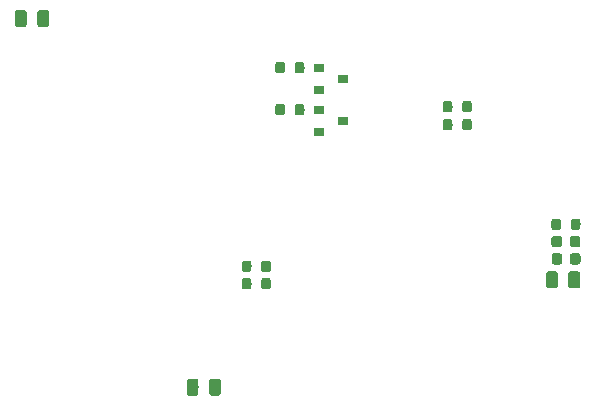
<source format=gbr>
G04 #@! TF.GenerationSoftware,KiCad,Pcbnew,5.0.2+dfsg1-1*
G04 #@! TF.CreationDate,2020-11-04T14:27:09+01:00*
G04 #@! TF.ProjectId,CoreSchematic,436f7265-5363-4686-956d-617469632e6b,rev?*
G04 #@! TF.SameCoordinates,Original*
G04 #@! TF.FileFunction,Paste,Bot*
G04 #@! TF.FilePolarity,Positive*
%FSLAX46Y46*%
G04 Gerber Fmt 4.6, Leading zero omitted, Abs format (unit mm)*
G04 Created by KiCad (PCBNEW 5.0.2+dfsg1-1) date Wed 04 Nov 2020 14:27:09 CET*
%MOMM*%
%LPD*%
G01*
G04 APERTURE LIST*
%ADD10C,0.100000*%
%ADD11C,0.800000*%
%ADD12C,1.000000*%
%ADD13C,0.900000*%
%ADD14R,0.900000X0.800000*%
G04 APERTURE END LIST*
D10*
G04 #@! TO.C,R102*
G36*
X158016603Y-92794763D02*
X158036018Y-92797643D01*
X158055057Y-92802412D01*
X158073537Y-92809024D01*
X158091279Y-92817416D01*
X158108114Y-92827506D01*
X158123879Y-92839198D01*
X158138421Y-92852379D01*
X158151602Y-92866921D01*
X158163294Y-92882686D01*
X158173384Y-92899521D01*
X158181776Y-92917263D01*
X158188388Y-92935743D01*
X158193157Y-92954782D01*
X158196037Y-92974197D01*
X158197000Y-92993800D01*
X158197000Y-93543800D01*
X158196037Y-93563403D01*
X158193157Y-93582818D01*
X158188388Y-93601857D01*
X158181776Y-93620337D01*
X158173384Y-93638079D01*
X158163294Y-93654914D01*
X158151602Y-93670679D01*
X158138421Y-93685221D01*
X158123879Y-93698402D01*
X158108114Y-93710094D01*
X158091279Y-93720184D01*
X158073537Y-93728576D01*
X158055057Y-93735188D01*
X158036018Y-93739957D01*
X158016603Y-93742837D01*
X157997000Y-93743800D01*
X157597000Y-93743800D01*
X157577397Y-93742837D01*
X157557982Y-93739957D01*
X157538943Y-93735188D01*
X157520463Y-93728576D01*
X157502721Y-93720184D01*
X157485886Y-93710094D01*
X157470121Y-93698402D01*
X157455579Y-93685221D01*
X157442398Y-93670679D01*
X157430706Y-93654914D01*
X157420616Y-93638079D01*
X157412224Y-93620337D01*
X157405612Y-93601857D01*
X157400843Y-93582818D01*
X157397963Y-93563403D01*
X157397000Y-93543800D01*
X157397000Y-92993800D01*
X157397963Y-92974197D01*
X157400843Y-92954782D01*
X157405612Y-92935743D01*
X157412224Y-92917263D01*
X157420616Y-92899521D01*
X157430706Y-92882686D01*
X157442398Y-92866921D01*
X157455579Y-92852379D01*
X157470121Y-92839198D01*
X157485886Y-92827506D01*
X157502721Y-92817416D01*
X157520463Y-92809024D01*
X157538943Y-92802412D01*
X157557982Y-92797643D01*
X157577397Y-92794763D01*
X157597000Y-92793800D01*
X157997000Y-92793800D01*
X158016603Y-92794763D01*
X158016603Y-92794763D01*
G37*
D11*
X157797000Y-93268800D03*
D10*
G36*
X156366603Y-92794763D02*
X156386018Y-92797643D01*
X156405057Y-92802412D01*
X156423537Y-92809024D01*
X156441279Y-92817416D01*
X156458114Y-92827506D01*
X156473879Y-92839198D01*
X156488421Y-92852379D01*
X156501602Y-92866921D01*
X156513294Y-92882686D01*
X156523384Y-92899521D01*
X156531776Y-92917263D01*
X156538388Y-92935743D01*
X156543157Y-92954782D01*
X156546037Y-92974197D01*
X156547000Y-92993800D01*
X156547000Y-93543800D01*
X156546037Y-93563403D01*
X156543157Y-93582818D01*
X156538388Y-93601857D01*
X156531776Y-93620337D01*
X156523384Y-93638079D01*
X156513294Y-93654914D01*
X156501602Y-93670679D01*
X156488421Y-93685221D01*
X156473879Y-93698402D01*
X156458114Y-93710094D01*
X156441279Y-93720184D01*
X156423537Y-93728576D01*
X156405057Y-93735188D01*
X156386018Y-93739957D01*
X156366603Y-93742837D01*
X156347000Y-93743800D01*
X155947000Y-93743800D01*
X155927397Y-93742837D01*
X155907982Y-93739957D01*
X155888943Y-93735188D01*
X155870463Y-93728576D01*
X155852721Y-93720184D01*
X155835886Y-93710094D01*
X155820121Y-93698402D01*
X155805579Y-93685221D01*
X155792398Y-93670679D01*
X155780706Y-93654914D01*
X155770616Y-93638079D01*
X155762224Y-93620337D01*
X155755612Y-93601857D01*
X155750843Y-93582818D01*
X155747963Y-93563403D01*
X155747000Y-93543800D01*
X155747000Y-92993800D01*
X155747963Y-92974197D01*
X155750843Y-92954782D01*
X155755612Y-92935743D01*
X155762224Y-92917263D01*
X155770616Y-92899521D01*
X155780706Y-92882686D01*
X155792398Y-92866921D01*
X155805579Y-92852379D01*
X155820121Y-92839198D01*
X155835886Y-92827506D01*
X155852721Y-92817416D01*
X155870463Y-92809024D01*
X155888943Y-92802412D01*
X155907982Y-92797643D01*
X155927397Y-92794763D01*
X155947000Y-92793800D01*
X156347000Y-92793800D01*
X156366603Y-92794763D01*
X156366603Y-92794763D01*
G37*
D11*
X156147000Y-93268800D03*
G04 #@! TD*
D10*
G04 #@! TO.C,R101*
G36*
X158016603Y-94267963D02*
X158036018Y-94270843D01*
X158055057Y-94275612D01*
X158073537Y-94282224D01*
X158091279Y-94290616D01*
X158108114Y-94300706D01*
X158123879Y-94312398D01*
X158138421Y-94325579D01*
X158151602Y-94340121D01*
X158163294Y-94355886D01*
X158173384Y-94372721D01*
X158181776Y-94390463D01*
X158188388Y-94408943D01*
X158193157Y-94427982D01*
X158196037Y-94447397D01*
X158197000Y-94467000D01*
X158197000Y-95017000D01*
X158196037Y-95036603D01*
X158193157Y-95056018D01*
X158188388Y-95075057D01*
X158181776Y-95093537D01*
X158173384Y-95111279D01*
X158163294Y-95128114D01*
X158151602Y-95143879D01*
X158138421Y-95158421D01*
X158123879Y-95171602D01*
X158108114Y-95183294D01*
X158091279Y-95193384D01*
X158073537Y-95201776D01*
X158055057Y-95208388D01*
X158036018Y-95213157D01*
X158016603Y-95216037D01*
X157997000Y-95217000D01*
X157597000Y-95217000D01*
X157577397Y-95216037D01*
X157557982Y-95213157D01*
X157538943Y-95208388D01*
X157520463Y-95201776D01*
X157502721Y-95193384D01*
X157485886Y-95183294D01*
X157470121Y-95171602D01*
X157455579Y-95158421D01*
X157442398Y-95143879D01*
X157430706Y-95128114D01*
X157420616Y-95111279D01*
X157412224Y-95093537D01*
X157405612Y-95075057D01*
X157400843Y-95056018D01*
X157397963Y-95036603D01*
X157397000Y-95017000D01*
X157397000Y-94467000D01*
X157397963Y-94447397D01*
X157400843Y-94427982D01*
X157405612Y-94408943D01*
X157412224Y-94390463D01*
X157420616Y-94372721D01*
X157430706Y-94355886D01*
X157442398Y-94340121D01*
X157455579Y-94325579D01*
X157470121Y-94312398D01*
X157485886Y-94300706D01*
X157502721Y-94290616D01*
X157520463Y-94282224D01*
X157538943Y-94275612D01*
X157557982Y-94270843D01*
X157577397Y-94267963D01*
X157597000Y-94267000D01*
X157997000Y-94267000D01*
X158016603Y-94267963D01*
X158016603Y-94267963D01*
G37*
D11*
X157797000Y-94742000D03*
D10*
G36*
X156366603Y-94267963D02*
X156386018Y-94270843D01*
X156405057Y-94275612D01*
X156423537Y-94282224D01*
X156441279Y-94290616D01*
X156458114Y-94300706D01*
X156473879Y-94312398D01*
X156488421Y-94325579D01*
X156501602Y-94340121D01*
X156513294Y-94355886D01*
X156523384Y-94372721D01*
X156531776Y-94390463D01*
X156538388Y-94408943D01*
X156543157Y-94427982D01*
X156546037Y-94447397D01*
X156547000Y-94467000D01*
X156547000Y-95017000D01*
X156546037Y-95036603D01*
X156543157Y-95056018D01*
X156538388Y-95075057D01*
X156531776Y-95093537D01*
X156523384Y-95111279D01*
X156513294Y-95128114D01*
X156501602Y-95143879D01*
X156488421Y-95158421D01*
X156473879Y-95171602D01*
X156458114Y-95183294D01*
X156441279Y-95193384D01*
X156423537Y-95201776D01*
X156405057Y-95208388D01*
X156386018Y-95213157D01*
X156366603Y-95216037D01*
X156347000Y-95217000D01*
X155947000Y-95217000D01*
X155927397Y-95216037D01*
X155907982Y-95213157D01*
X155888943Y-95208388D01*
X155870463Y-95201776D01*
X155852721Y-95193384D01*
X155835886Y-95183294D01*
X155820121Y-95171602D01*
X155805579Y-95158421D01*
X155792398Y-95143879D01*
X155780706Y-95128114D01*
X155770616Y-95111279D01*
X155762224Y-95093537D01*
X155755612Y-95075057D01*
X155750843Y-95056018D01*
X155747963Y-95036603D01*
X155747000Y-95017000D01*
X155747000Y-94467000D01*
X155747963Y-94447397D01*
X155750843Y-94427982D01*
X155755612Y-94408943D01*
X155762224Y-94390463D01*
X155770616Y-94372721D01*
X155780706Y-94355886D01*
X155792398Y-94340121D01*
X155805579Y-94325579D01*
X155820121Y-94312398D01*
X155835886Y-94300706D01*
X155852721Y-94290616D01*
X155870463Y-94282224D01*
X155888943Y-94275612D01*
X155907982Y-94270843D01*
X155927397Y-94267963D01*
X155947000Y-94267000D01*
X156347000Y-94267000D01*
X156366603Y-94267963D01*
X156366603Y-94267963D01*
G37*
D11*
X156147000Y-94742000D03*
G04 #@! TD*
D10*
G04 #@! TO.C,C101*
G36*
X184168004Y-93700704D02*
X184192273Y-93704304D01*
X184216071Y-93710265D01*
X184239171Y-93718530D01*
X184261349Y-93729020D01*
X184282393Y-93741633D01*
X184302098Y-93756247D01*
X184320277Y-93772723D01*
X184336753Y-93790902D01*
X184351367Y-93810607D01*
X184363980Y-93831651D01*
X184374470Y-93853829D01*
X184382735Y-93876929D01*
X184388696Y-93900727D01*
X184392296Y-93924996D01*
X184393500Y-93949500D01*
X184393500Y-94899500D01*
X184392296Y-94924004D01*
X184388696Y-94948273D01*
X184382735Y-94972071D01*
X184374470Y-94995171D01*
X184363980Y-95017349D01*
X184351367Y-95038393D01*
X184336753Y-95058098D01*
X184320277Y-95076277D01*
X184302098Y-95092753D01*
X184282393Y-95107367D01*
X184261349Y-95119980D01*
X184239171Y-95130470D01*
X184216071Y-95138735D01*
X184192273Y-95144696D01*
X184168004Y-95148296D01*
X184143500Y-95149500D01*
X183643500Y-95149500D01*
X183618996Y-95148296D01*
X183594727Y-95144696D01*
X183570929Y-95138735D01*
X183547829Y-95130470D01*
X183525651Y-95119980D01*
X183504607Y-95107367D01*
X183484902Y-95092753D01*
X183466723Y-95076277D01*
X183450247Y-95058098D01*
X183435633Y-95038393D01*
X183423020Y-95017349D01*
X183412530Y-94995171D01*
X183404265Y-94972071D01*
X183398304Y-94948273D01*
X183394704Y-94924004D01*
X183393500Y-94899500D01*
X183393500Y-93949500D01*
X183394704Y-93924996D01*
X183398304Y-93900727D01*
X183404265Y-93876929D01*
X183412530Y-93853829D01*
X183423020Y-93831651D01*
X183435633Y-93810607D01*
X183450247Y-93790902D01*
X183466723Y-93772723D01*
X183484902Y-93756247D01*
X183504607Y-93741633D01*
X183525651Y-93729020D01*
X183547829Y-93718530D01*
X183570929Y-93710265D01*
X183594727Y-93704304D01*
X183618996Y-93700704D01*
X183643500Y-93699500D01*
X184143500Y-93699500D01*
X184168004Y-93700704D01*
X184168004Y-93700704D01*
G37*
D12*
X183893500Y-94424500D03*
D10*
G36*
X182268004Y-93700704D02*
X182292273Y-93704304D01*
X182316071Y-93710265D01*
X182339171Y-93718530D01*
X182361349Y-93729020D01*
X182382393Y-93741633D01*
X182402098Y-93756247D01*
X182420277Y-93772723D01*
X182436753Y-93790902D01*
X182451367Y-93810607D01*
X182463980Y-93831651D01*
X182474470Y-93853829D01*
X182482735Y-93876929D01*
X182488696Y-93900727D01*
X182492296Y-93924996D01*
X182493500Y-93949500D01*
X182493500Y-94899500D01*
X182492296Y-94924004D01*
X182488696Y-94948273D01*
X182482735Y-94972071D01*
X182474470Y-94995171D01*
X182463980Y-95017349D01*
X182451367Y-95038393D01*
X182436753Y-95058098D01*
X182420277Y-95076277D01*
X182402098Y-95092753D01*
X182382393Y-95107367D01*
X182361349Y-95119980D01*
X182339171Y-95130470D01*
X182316071Y-95138735D01*
X182292273Y-95144696D01*
X182268004Y-95148296D01*
X182243500Y-95149500D01*
X181743500Y-95149500D01*
X181718996Y-95148296D01*
X181694727Y-95144696D01*
X181670929Y-95138735D01*
X181647829Y-95130470D01*
X181625651Y-95119980D01*
X181604607Y-95107367D01*
X181584902Y-95092753D01*
X181566723Y-95076277D01*
X181550247Y-95058098D01*
X181535633Y-95038393D01*
X181523020Y-95017349D01*
X181512530Y-94995171D01*
X181504265Y-94972071D01*
X181498304Y-94948273D01*
X181494704Y-94924004D01*
X181493500Y-94899500D01*
X181493500Y-93949500D01*
X181494704Y-93924996D01*
X181498304Y-93900727D01*
X181504265Y-93876929D01*
X181512530Y-93853829D01*
X181523020Y-93831651D01*
X181535633Y-93810607D01*
X181550247Y-93790902D01*
X181566723Y-93772723D01*
X181584902Y-93756247D01*
X181604607Y-93741633D01*
X181625651Y-93729020D01*
X181647829Y-93718530D01*
X181670929Y-93710265D01*
X181694727Y-93704304D01*
X181718996Y-93700704D01*
X181743500Y-93699500D01*
X182243500Y-93699500D01*
X182268004Y-93700704D01*
X182268004Y-93700704D01*
G37*
D12*
X181993500Y-94424500D03*
G04 #@! TD*
D10*
G04 #@! TO.C,C102*
G36*
X182669554Y-92172583D02*
X182691395Y-92175823D01*
X182712814Y-92181188D01*
X182733604Y-92188627D01*
X182753564Y-92198068D01*
X182772503Y-92209419D01*
X182790238Y-92222573D01*
X182806599Y-92237401D01*
X182821427Y-92253762D01*
X182834581Y-92271497D01*
X182845932Y-92290436D01*
X182855373Y-92310396D01*
X182862812Y-92331186D01*
X182868177Y-92352605D01*
X182871417Y-92374446D01*
X182872500Y-92396500D01*
X182872500Y-92896500D01*
X182871417Y-92918554D01*
X182868177Y-92940395D01*
X182862812Y-92961814D01*
X182855373Y-92982604D01*
X182845932Y-93002564D01*
X182834581Y-93021503D01*
X182821427Y-93039238D01*
X182806599Y-93055599D01*
X182790238Y-93070427D01*
X182772503Y-93083581D01*
X182753564Y-93094932D01*
X182733604Y-93104373D01*
X182712814Y-93111812D01*
X182691395Y-93117177D01*
X182669554Y-93120417D01*
X182647500Y-93121500D01*
X182197500Y-93121500D01*
X182175446Y-93120417D01*
X182153605Y-93117177D01*
X182132186Y-93111812D01*
X182111396Y-93104373D01*
X182091436Y-93094932D01*
X182072497Y-93083581D01*
X182054762Y-93070427D01*
X182038401Y-93055599D01*
X182023573Y-93039238D01*
X182010419Y-93021503D01*
X181999068Y-93002564D01*
X181989627Y-92982604D01*
X181982188Y-92961814D01*
X181976823Y-92940395D01*
X181973583Y-92918554D01*
X181972500Y-92896500D01*
X181972500Y-92396500D01*
X181973583Y-92374446D01*
X181976823Y-92352605D01*
X181982188Y-92331186D01*
X181989627Y-92310396D01*
X181999068Y-92290436D01*
X182010419Y-92271497D01*
X182023573Y-92253762D01*
X182038401Y-92237401D01*
X182054762Y-92222573D01*
X182072497Y-92209419D01*
X182091436Y-92198068D01*
X182111396Y-92188627D01*
X182132186Y-92181188D01*
X182153605Y-92175823D01*
X182175446Y-92172583D01*
X182197500Y-92171500D01*
X182647500Y-92171500D01*
X182669554Y-92172583D01*
X182669554Y-92172583D01*
G37*
D13*
X182422500Y-92646500D03*
D10*
G36*
X184219554Y-92172583D02*
X184241395Y-92175823D01*
X184262814Y-92181188D01*
X184283604Y-92188627D01*
X184303564Y-92198068D01*
X184322503Y-92209419D01*
X184340238Y-92222573D01*
X184356599Y-92237401D01*
X184371427Y-92253762D01*
X184384581Y-92271497D01*
X184395932Y-92290436D01*
X184405373Y-92310396D01*
X184412812Y-92331186D01*
X184418177Y-92352605D01*
X184421417Y-92374446D01*
X184422500Y-92396500D01*
X184422500Y-92896500D01*
X184421417Y-92918554D01*
X184418177Y-92940395D01*
X184412812Y-92961814D01*
X184405373Y-92982604D01*
X184395932Y-93002564D01*
X184384581Y-93021503D01*
X184371427Y-93039238D01*
X184356599Y-93055599D01*
X184340238Y-93070427D01*
X184322503Y-93083581D01*
X184303564Y-93094932D01*
X184283604Y-93104373D01*
X184262814Y-93111812D01*
X184241395Y-93117177D01*
X184219554Y-93120417D01*
X184197500Y-93121500D01*
X183747500Y-93121500D01*
X183725446Y-93120417D01*
X183703605Y-93117177D01*
X183682186Y-93111812D01*
X183661396Y-93104373D01*
X183641436Y-93094932D01*
X183622497Y-93083581D01*
X183604762Y-93070427D01*
X183588401Y-93055599D01*
X183573573Y-93039238D01*
X183560419Y-93021503D01*
X183549068Y-93002564D01*
X183539627Y-92982604D01*
X183532188Y-92961814D01*
X183526823Y-92940395D01*
X183523583Y-92918554D01*
X183522500Y-92896500D01*
X183522500Y-92396500D01*
X183523583Y-92374446D01*
X183526823Y-92352605D01*
X183532188Y-92331186D01*
X183539627Y-92310396D01*
X183549068Y-92290436D01*
X183560419Y-92271497D01*
X183573573Y-92253762D01*
X183588401Y-92237401D01*
X183604762Y-92222573D01*
X183622497Y-92209419D01*
X183641436Y-92198068D01*
X183661396Y-92188627D01*
X183682186Y-92181188D01*
X183703605Y-92175823D01*
X183725446Y-92172583D01*
X183747500Y-92171500D01*
X184197500Y-92171500D01*
X184219554Y-92172583D01*
X184219554Y-92172583D01*
G37*
D13*
X183972500Y-92646500D03*
G04 #@! TD*
D10*
G04 #@! TO.C,C202*
G36*
X184206854Y-90712083D02*
X184228695Y-90715323D01*
X184250114Y-90720688D01*
X184270904Y-90728127D01*
X184290864Y-90737568D01*
X184309803Y-90748919D01*
X184327538Y-90762073D01*
X184343899Y-90776901D01*
X184358727Y-90793262D01*
X184371881Y-90810997D01*
X184383232Y-90829936D01*
X184392673Y-90849896D01*
X184400112Y-90870686D01*
X184405477Y-90892105D01*
X184408717Y-90913946D01*
X184409800Y-90936000D01*
X184409800Y-91436000D01*
X184408717Y-91458054D01*
X184405477Y-91479895D01*
X184400112Y-91501314D01*
X184392673Y-91522104D01*
X184383232Y-91542064D01*
X184371881Y-91561003D01*
X184358727Y-91578738D01*
X184343899Y-91595099D01*
X184327538Y-91609927D01*
X184309803Y-91623081D01*
X184290864Y-91634432D01*
X184270904Y-91643873D01*
X184250114Y-91651312D01*
X184228695Y-91656677D01*
X184206854Y-91659917D01*
X184184800Y-91661000D01*
X183734800Y-91661000D01*
X183712746Y-91659917D01*
X183690905Y-91656677D01*
X183669486Y-91651312D01*
X183648696Y-91643873D01*
X183628736Y-91634432D01*
X183609797Y-91623081D01*
X183592062Y-91609927D01*
X183575701Y-91595099D01*
X183560873Y-91578738D01*
X183547719Y-91561003D01*
X183536368Y-91542064D01*
X183526927Y-91522104D01*
X183519488Y-91501314D01*
X183514123Y-91479895D01*
X183510883Y-91458054D01*
X183509800Y-91436000D01*
X183509800Y-90936000D01*
X183510883Y-90913946D01*
X183514123Y-90892105D01*
X183519488Y-90870686D01*
X183526927Y-90849896D01*
X183536368Y-90829936D01*
X183547719Y-90810997D01*
X183560873Y-90793262D01*
X183575701Y-90776901D01*
X183592062Y-90762073D01*
X183609797Y-90748919D01*
X183628736Y-90737568D01*
X183648696Y-90728127D01*
X183669486Y-90720688D01*
X183690905Y-90715323D01*
X183712746Y-90712083D01*
X183734800Y-90711000D01*
X184184800Y-90711000D01*
X184206854Y-90712083D01*
X184206854Y-90712083D01*
G37*
D13*
X183959800Y-91186000D03*
D10*
G36*
X182656854Y-90712083D02*
X182678695Y-90715323D01*
X182700114Y-90720688D01*
X182720904Y-90728127D01*
X182740864Y-90737568D01*
X182759803Y-90748919D01*
X182777538Y-90762073D01*
X182793899Y-90776901D01*
X182808727Y-90793262D01*
X182821881Y-90810997D01*
X182833232Y-90829936D01*
X182842673Y-90849896D01*
X182850112Y-90870686D01*
X182855477Y-90892105D01*
X182858717Y-90913946D01*
X182859800Y-90936000D01*
X182859800Y-91436000D01*
X182858717Y-91458054D01*
X182855477Y-91479895D01*
X182850112Y-91501314D01*
X182842673Y-91522104D01*
X182833232Y-91542064D01*
X182821881Y-91561003D01*
X182808727Y-91578738D01*
X182793899Y-91595099D01*
X182777538Y-91609927D01*
X182759803Y-91623081D01*
X182740864Y-91634432D01*
X182720904Y-91643873D01*
X182700114Y-91651312D01*
X182678695Y-91656677D01*
X182656854Y-91659917D01*
X182634800Y-91661000D01*
X182184800Y-91661000D01*
X182162746Y-91659917D01*
X182140905Y-91656677D01*
X182119486Y-91651312D01*
X182098696Y-91643873D01*
X182078736Y-91634432D01*
X182059797Y-91623081D01*
X182042062Y-91609927D01*
X182025701Y-91595099D01*
X182010873Y-91578738D01*
X181997719Y-91561003D01*
X181986368Y-91542064D01*
X181976927Y-91522104D01*
X181969488Y-91501314D01*
X181964123Y-91479895D01*
X181960883Y-91458054D01*
X181959800Y-91436000D01*
X181959800Y-90936000D01*
X181960883Y-90913946D01*
X181964123Y-90892105D01*
X181969488Y-90870686D01*
X181976927Y-90849896D01*
X181986368Y-90829936D01*
X181997719Y-90810997D01*
X182010873Y-90793262D01*
X182025701Y-90776901D01*
X182042062Y-90762073D01*
X182059797Y-90748919D01*
X182078736Y-90737568D01*
X182098696Y-90728127D01*
X182119486Y-90720688D01*
X182140905Y-90715323D01*
X182162746Y-90712083D01*
X182184800Y-90711000D01*
X182634800Y-90711000D01*
X182656854Y-90712083D01*
X182656854Y-90712083D01*
G37*
D13*
X182409800Y-91186000D03*
G04 #@! TD*
D10*
G04 #@! TO.C,C104*
G36*
X151851504Y-102781204D02*
X151875773Y-102784804D01*
X151899571Y-102790765D01*
X151922671Y-102799030D01*
X151944849Y-102809520D01*
X151965893Y-102822133D01*
X151985598Y-102836747D01*
X152003777Y-102853223D01*
X152020253Y-102871402D01*
X152034867Y-102891107D01*
X152047480Y-102912151D01*
X152057970Y-102934329D01*
X152066235Y-102957429D01*
X152072196Y-102981227D01*
X152075796Y-103005496D01*
X152077000Y-103030000D01*
X152077000Y-103980000D01*
X152075796Y-104004504D01*
X152072196Y-104028773D01*
X152066235Y-104052571D01*
X152057970Y-104075671D01*
X152047480Y-104097849D01*
X152034867Y-104118893D01*
X152020253Y-104138598D01*
X152003777Y-104156777D01*
X151985598Y-104173253D01*
X151965893Y-104187867D01*
X151944849Y-104200480D01*
X151922671Y-104210970D01*
X151899571Y-104219235D01*
X151875773Y-104225196D01*
X151851504Y-104228796D01*
X151827000Y-104230000D01*
X151327000Y-104230000D01*
X151302496Y-104228796D01*
X151278227Y-104225196D01*
X151254429Y-104219235D01*
X151231329Y-104210970D01*
X151209151Y-104200480D01*
X151188107Y-104187867D01*
X151168402Y-104173253D01*
X151150223Y-104156777D01*
X151133747Y-104138598D01*
X151119133Y-104118893D01*
X151106520Y-104097849D01*
X151096030Y-104075671D01*
X151087765Y-104052571D01*
X151081804Y-104028773D01*
X151078204Y-104004504D01*
X151077000Y-103980000D01*
X151077000Y-103030000D01*
X151078204Y-103005496D01*
X151081804Y-102981227D01*
X151087765Y-102957429D01*
X151096030Y-102934329D01*
X151106520Y-102912151D01*
X151119133Y-102891107D01*
X151133747Y-102871402D01*
X151150223Y-102853223D01*
X151168402Y-102836747D01*
X151188107Y-102822133D01*
X151209151Y-102809520D01*
X151231329Y-102799030D01*
X151254429Y-102790765D01*
X151278227Y-102784804D01*
X151302496Y-102781204D01*
X151327000Y-102780000D01*
X151827000Y-102780000D01*
X151851504Y-102781204D01*
X151851504Y-102781204D01*
G37*
D12*
X151577000Y-103505000D03*
D10*
G36*
X153751504Y-102781204D02*
X153775773Y-102784804D01*
X153799571Y-102790765D01*
X153822671Y-102799030D01*
X153844849Y-102809520D01*
X153865893Y-102822133D01*
X153885598Y-102836747D01*
X153903777Y-102853223D01*
X153920253Y-102871402D01*
X153934867Y-102891107D01*
X153947480Y-102912151D01*
X153957970Y-102934329D01*
X153966235Y-102957429D01*
X153972196Y-102981227D01*
X153975796Y-103005496D01*
X153977000Y-103030000D01*
X153977000Y-103980000D01*
X153975796Y-104004504D01*
X153972196Y-104028773D01*
X153966235Y-104052571D01*
X153957970Y-104075671D01*
X153947480Y-104097849D01*
X153934867Y-104118893D01*
X153920253Y-104138598D01*
X153903777Y-104156777D01*
X153885598Y-104173253D01*
X153865893Y-104187867D01*
X153844849Y-104200480D01*
X153822671Y-104210970D01*
X153799571Y-104219235D01*
X153775773Y-104225196D01*
X153751504Y-104228796D01*
X153727000Y-104230000D01*
X153227000Y-104230000D01*
X153202496Y-104228796D01*
X153178227Y-104225196D01*
X153154429Y-104219235D01*
X153131329Y-104210970D01*
X153109151Y-104200480D01*
X153088107Y-104187867D01*
X153068402Y-104173253D01*
X153050223Y-104156777D01*
X153033747Y-104138598D01*
X153019133Y-104118893D01*
X153006520Y-104097849D01*
X152996030Y-104075671D01*
X152987765Y-104052571D01*
X152981804Y-104028773D01*
X152978204Y-104004504D01*
X152977000Y-103980000D01*
X152977000Y-103030000D01*
X152978204Y-103005496D01*
X152981804Y-102981227D01*
X152987765Y-102957429D01*
X152996030Y-102934329D01*
X153006520Y-102912151D01*
X153019133Y-102891107D01*
X153033747Y-102871402D01*
X153050223Y-102853223D01*
X153068402Y-102836747D01*
X153088107Y-102822133D01*
X153109151Y-102809520D01*
X153131329Y-102799030D01*
X153154429Y-102790765D01*
X153178227Y-102784804D01*
X153202496Y-102781204D01*
X153227000Y-102780000D01*
X153727000Y-102780000D01*
X153751504Y-102781204D01*
X153751504Y-102781204D01*
G37*
D12*
X153477000Y-103505000D03*
G04 #@! TD*
D10*
G04 #@! TO.C,C304*
G36*
X137297304Y-71564604D02*
X137321573Y-71568204D01*
X137345371Y-71574165D01*
X137368471Y-71582430D01*
X137390649Y-71592920D01*
X137411693Y-71605533D01*
X137431398Y-71620147D01*
X137449577Y-71636623D01*
X137466053Y-71654802D01*
X137480667Y-71674507D01*
X137493280Y-71695551D01*
X137503770Y-71717729D01*
X137512035Y-71740829D01*
X137517996Y-71764627D01*
X137521596Y-71788896D01*
X137522800Y-71813400D01*
X137522800Y-72763400D01*
X137521596Y-72787904D01*
X137517996Y-72812173D01*
X137512035Y-72835971D01*
X137503770Y-72859071D01*
X137493280Y-72881249D01*
X137480667Y-72902293D01*
X137466053Y-72921998D01*
X137449577Y-72940177D01*
X137431398Y-72956653D01*
X137411693Y-72971267D01*
X137390649Y-72983880D01*
X137368471Y-72994370D01*
X137345371Y-73002635D01*
X137321573Y-73008596D01*
X137297304Y-73012196D01*
X137272800Y-73013400D01*
X136772800Y-73013400D01*
X136748296Y-73012196D01*
X136724027Y-73008596D01*
X136700229Y-73002635D01*
X136677129Y-72994370D01*
X136654951Y-72983880D01*
X136633907Y-72971267D01*
X136614202Y-72956653D01*
X136596023Y-72940177D01*
X136579547Y-72921998D01*
X136564933Y-72902293D01*
X136552320Y-72881249D01*
X136541830Y-72859071D01*
X136533565Y-72835971D01*
X136527604Y-72812173D01*
X136524004Y-72787904D01*
X136522800Y-72763400D01*
X136522800Y-71813400D01*
X136524004Y-71788896D01*
X136527604Y-71764627D01*
X136533565Y-71740829D01*
X136541830Y-71717729D01*
X136552320Y-71695551D01*
X136564933Y-71674507D01*
X136579547Y-71654802D01*
X136596023Y-71636623D01*
X136614202Y-71620147D01*
X136633907Y-71605533D01*
X136654951Y-71592920D01*
X136677129Y-71582430D01*
X136700229Y-71574165D01*
X136724027Y-71568204D01*
X136748296Y-71564604D01*
X136772800Y-71563400D01*
X137272800Y-71563400D01*
X137297304Y-71564604D01*
X137297304Y-71564604D01*
G37*
D12*
X137022800Y-72288400D03*
D10*
G36*
X139197304Y-71564604D02*
X139221573Y-71568204D01*
X139245371Y-71574165D01*
X139268471Y-71582430D01*
X139290649Y-71592920D01*
X139311693Y-71605533D01*
X139331398Y-71620147D01*
X139349577Y-71636623D01*
X139366053Y-71654802D01*
X139380667Y-71674507D01*
X139393280Y-71695551D01*
X139403770Y-71717729D01*
X139412035Y-71740829D01*
X139417996Y-71764627D01*
X139421596Y-71788896D01*
X139422800Y-71813400D01*
X139422800Y-72763400D01*
X139421596Y-72787904D01*
X139417996Y-72812173D01*
X139412035Y-72835971D01*
X139403770Y-72859071D01*
X139393280Y-72881249D01*
X139380667Y-72902293D01*
X139366053Y-72921998D01*
X139349577Y-72940177D01*
X139331398Y-72956653D01*
X139311693Y-72971267D01*
X139290649Y-72983880D01*
X139268471Y-72994370D01*
X139245371Y-73002635D01*
X139221573Y-73008596D01*
X139197304Y-73012196D01*
X139172800Y-73013400D01*
X138672800Y-73013400D01*
X138648296Y-73012196D01*
X138624027Y-73008596D01*
X138600229Y-73002635D01*
X138577129Y-72994370D01*
X138554951Y-72983880D01*
X138533907Y-72971267D01*
X138514202Y-72956653D01*
X138496023Y-72940177D01*
X138479547Y-72921998D01*
X138464933Y-72902293D01*
X138452320Y-72881249D01*
X138441830Y-72859071D01*
X138433565Y-72835971D01*
X138427604Y-72812173D01*
X138424004Y-72787904D01*
X138422800Y-72763400D01*
X138422800Y-71813400D01*
X138424004Y-71788896D01*
X138427604Y-71764627D01*
X138433565Y-71740829D01*
X138441830Y-71717729D01*
X138452320Y-71695551D01*
X138464933Y-71674507D01*
X138479547Y-71654802D01*
X138496023Y-71636623D01*
X138514202Y-71620147D01*
X138533907Y-71605533D01*
X138554951Y-71592920D01*
X138577129Y-71582430D01*
X138600229Y-71574165D01*
X138624027Y-71568204D01*
X138648296Y-71564604D01*
X138672800Y-71563400D01*
X139172800Y-71563400D01*
X139197304Y-71564604D01*
X139197304Y-71564604D01*
G37*
D12*
X138922800Y-72288400D03*
G04 #@! TD*
D14*
G04 #@! TO.C,Q202*
X164322000Y-80975200D03*
X162322000Y-80025200D03*
X162322000Y-81925200D03*
G04 #@! TD*
G04 #@! TO.C,Q201*
X162322000Y-78369200D03*
X162322000Y-76469200D03*
X164322000Y-77419200D03*
G04 #@! TD*
D10*
G04 #@! TO.C,R103*
G36*
X175034603Y-80805963D02*
X175054018Y-80808843D01*
X175073057Y-80813612D01*
X175091537Y-80820224D01*
X175109279Y-80828616D01*
X175126114Y-80838706D01*
X175141879Y-80850398D01*
X175156421Y-80863579D01*
X175169602Y-80878121D01*
X175181294Y-80893886D01*
X175191384Y-80910721D01*
X175199776Y-80928463D01*
X175206388Y-80946943D01*
X175211157Y-80965982D01*
X175214037Y-80985397D01*
X175215000Y-81005000D01*
X175215000Y-81555000D01*
X175214037Y-81574603D01*
X175211157Y-81594018D01*
X175206388Y-81613057D01*
X175199776Y-81631537D01*
X175191384Y-81649279D01*
X175181294Y-81666114D01*
X175169602Y-81681879D01*
X175156421Y-81696421D01*
X175141879Y-81709602D01*
X175126114Y-81721294D01*
X175109279Y-81731384D01*
X175091537Y-81739776D01*
X175073057Y-81746388D01*
X175054018Y-81751157D01*
X175034603Y-81754037D01*
X175015000Y-81755000D01*
X174615000Y-81755000D01*
X174595397Y-81754037D01*
X174575982Y-81751157D01*
X174556943Y-81746388D01*
X174538463Y-81739776D01*
X174520721Y-81731384D01*
X174503886Y-81721294D01*
X174488121Y-81709602D01*
X174473579Y-81696421D01*
X174460398Y-81681879D01*
X174448706Y-81666114D01*
X174438616Y-81649279D01*
X174430224Y-81631537D01*
X174423612Y-81613057D01*
X174418843Y-81594018D01*
X174415963Y-81574603D01*
X174415000Y-81555000D01*
X174415000Y-81005000D01*
X174415963Y-80985397D01*
X174418843Y-80965982D01*
X174423612Y-80946943D01*
X174430224Y-80928463D01*
X174438616Y-80910721D01*
X174448706Y-80893886D01*
X174460398Y-80878121D01*
X174473579Y-80863579D01*
X174488121Y-80850398D01*
X174503886Y-80838706D01*
X174520721Y-80828616D01*
X174538463Y-80820224D01*
X174556943Y-80813612D01*
X174575982Y-80808843D01*
X174595397Y-80805963D01*
X174615000Y-80805000D01*
X175015000Y-80805000D01*
X175034603Y-80805963D01*
X175034603Y-80805963D01*
G37*
D11*
X174815000Y-81280000D03*
D10*
G36*
X173384603Y-80805963D02*
X173404018Y-80808843D01*
X173423057Y-80813612D01*
X173441537Y-80820224D01*
X173459279Y-80828616D01*
X173476114Y-80838706D01*
X173491879Y-80850398D01*
X173506421Y-80863579D01*
X173519602Y-80878121D01*
X173531294Y-80893886D01*
X173541384Y-80910721D01*
X173549776Y-80928463D01*
X173556388Y-80946943D01*
X173561157Y-80965982D01*
X173564037Y-80985397D01*
X173565000Y-81005000D01*
X173565000Y-81555000D01*
X173564037Y-81574603D01*
X173561157Y-81594018D01*
X173556388Y-81613057D01*
X173549776Y-81631537D01*
X173541384Y-81649279D01*
X173531294Y-81666114D01*
X173519602Y-81681879D01*
X173506421Y-81696421D01*
X173491879Y-81709602D01*
X173476114Y-81721294D01*
X173459279Y-81731384D01*
X173441537Y-81739776D01*
X173423057Y-81746388D01*
X173404018Y-81751157D01*
X173384603Y-81754037D01*
X173365000Y-81755000D01*
X172965000Y-81755000D01*
X172945397Y-81754037D01*
X172925982Y-81751157D01*
X172906943Y-81746388D01*
X172888463Y-81739776D01*
X172870721Y-81731384D01*
X172853886Y-81721294D01*
X172838121Y-81709602D01*
X172823579Y-81696421D01*
X172810398Y-81681879D01*
X172798706Y-81666114D01*
X172788616Y-81649279D01*
X172780224Y-81631537D01*
X172773612Y-81613057D01*
X172768843Y-81594018D01*
X172765963Y-81574603D01*
X172765000Y-81555000D01*
X172765000Y-81005000D01*
X172765963Y-80985397D01*
X172768843Y-80965982D01*
X172773612Y-80946943D01*
X172780224Y-80928463D01*
X172788616Y-80910721D01*
X172798706Y-80893886D01*
X172810398Y-80878121D01*
X172823579Y-80863579D01*
X172838121Y-80850398D01*
X172853886Y-80838706D01*
X172870721Y-80828616D01*
X172888463Y-80820224D01*
X172906943Y-80813612D01*
X172925982Y-80808843D01*
X172945397Y-80805963D01*
X172965000Y-80805000D01*
X173365000Y-80805000D01*
X173384603Y-80805963D01*
X173384603Y-80805963D01*
G37*
D11*
X173165000Y-81280000D03*
G04 #@! TD*
D10*
G04 #@! TO.C,R104*
G36*
X173384603Y-79281963D02*
X173404018Y-79284843D01*
X173423057Y-79289612D01*
X173441537Y-79296224D01*
X173459279Y-79304616D01*
X173476114Y-79314706D01*
X173491879Y-79326398D01*
X173506421Y-79339579D01*
X173519602Y-79354121D01*
X173531294Y-79369886D01*
X173541384Y-79386721D01*
X173549776Y-79404463D01*
X173556388Y-79422943D01*
X173561157Y-79441982D01*
X173564037Y-79461397D01*
X173565000Y-79481000D01*
X173565000Y-80031000D01*
X173564037Y-80050603D01*
X173561157Y-80070018D01*
X173556388Y-80089057D01*
X173549776Y-80107537D01*
X173541384Y-80125279D01*
X173531294Y-80142114D01*
X173519602Y-80157879D01*
X173506421Y-80172421D01*
X173491879Y-80185602D01*
X173476114Y-80197294D01*
X173459279Y-80207384D01*
X173441537Y-80215776D01*
X173423057Y-80222388D01*
X173404018Y-80227157D01*
X173384603Y-80230037D01*
X173365000Y-80231000D01*
X172965000Y-80231000D01*
X172945397Y-80230037D01*
X172925982Y-80227157D01*
X172906943Y-80222388D01*
X172888463Y-80215776D01*
X172870721Y-80207384D01*
X172853886Y-80197294D01*
X172838121Y-80185602D01*
X172823579Y-80172421D01*
X172810398Y-80157879D01*
X172798706Y-80142114D01*
X172788616Y-80125279D01*
X172780224Y-80107537D01*
X172773612Y-80089057D01*
X172768843Y-80070018D01*
X172765963Y-80050603D01*
X172765000Y-80031000D01*
X172765000Y-79481000D01*
X172765963Y-79461397D01*
X172768843Y-79441982D01*
X172773612Y-79422943D01*
X172780224Y-79404463D01*
X172788616Y-79386721D01*
X172798706Y-79369886D01*
X172810398Y-79354121D01*
X172823579Y-79339579D01*
X172838121Y-79326398D01*
X172853886Y-79314706D01*
X172870721Y-79304616D01*
X172888463Y-79296224D01*
X172906943Y-79289612D01*
X172925982Y-79284843D01*
X172945397Y-79281963D01*
X172965000Y-79281000D01*
X173365000Y-79281000D01*
X173384603Y-79281963D01*
X173384603Y-79281963D01*
G37*
D11*
X173165000Y-79756000D03*
D10*
G36*
X175034603Y-79281963D02*
X175054018Y-79284843D01*
X175073057Y-79289612D01*
X175091537Y-79296224D01*
X175109279Y-79304616D01*
X175126114Y-79314706D01*
X175141879Y-79326398D01*
X175156421Y-79339579D01*
X175169602Y-79354121D01*
X175181294Y-79369886D01*
X175191384Y-79386721D01*
X175199776Y-79404463D01*
X175206388Y-79422943D01*
X175211157Y-79441982D01*
X175214037Y-79461397D01*
X175215000Y-79481000D01*
X175215000Y-80031000D01*
X175214037Y-80050603D01*
X175211157Y-80070018D01*
X175206388Y-80089057D01*
X175199776Y-80107537D01*
X175191384Y-80125279D01*
X175181294Y-80142114D01*
X175169602Y-80157879D01*
X175156421Y-80172421D01*
X175141879Y-80185602D01*
X175126114Y-80197294D01*
X175109279Y-80207384D01*
X175091537Y-80215776D01*
X175073057Y-80222388D01*
X175054018Y-80227157D01*
X175034603Y-80230037D01*
X175015000Y-80231000D01*
X174615000Y-80231000D01*
X174595397Y-80230037D01*
X174575982Y-80227157D01*
X174556943Y-80222388D01*
X174538463Y-80215776D01*
X174520721Y-80207384D01*
X174503886Y-80197294D01*
X174488121Y-80185602D01*
X174473579Y-80172421D01*
X174460398Y-80157879D01*
X174448706Y-80142114D01*
X174438616Y-80125279D01*
X174430224Y-80107537D01*
X174423612Y-80089057D01*
X174418843Y-80070018D01*
X174415963Y-80050603D01*
X174415000Y-80031000D01*
X174415000Y-79481000D01*
X174415963Y-79461397D01*
X174418843Y-79441982D01*
X174423612Y-79422943D01*
X174430224Y-79404463D01*
X174438616Y-79386721D01*
X174448706Y-79369886D01*
X174460398Y-79354121D01*
X174473579Y-79339579D01*
X174488121Y-79326398D01*
X174503886Y-79314706D01*
X174520721Y-79304616D01*
X174538463Y-79296224D01*
X174556943Y-79289612D01*
X174575982Y-79284843D01*
X174595397Y-79281963D01*
X174615000Y-79281000D01*
X175015000Y-79281000D01*
X175034603Y-79281963D01*
X175034603Y-79281963D01*
G37*
D11*
X174815000Y-79756000D03*
G04 #@! TD*
D10*
G04 #@! TO.C,R201*
G36*
X159211403Y-79535963D02*
X159230818Y-79538843D01*
X159249857Y-79543612D01*
X159268337Y-79550224D01*
X159286079Y-79558616D01*
X159302914Y-79568706D01*
X159318679Y-79580398D01*
X159333221Y-79593579D01*
X159346402Y-79608121D01*
X159358094Y-79623886D01*
X159368184Y-79640721D01*
X159376576Y-79658463D01*
X159383188Y-79676943D01*
X159387957Y-79695982D01*
X159390837Y-79715397D01*
X159391800Y-79735000D01*
X159391800Y-80285000D01*
X159390837Y-80304603D01*
X159387957Y-80324018D01*
X159383188Y-80343057D01*
X159376576Y-80361537D01*
X159368184Y-80379279D01*
X159358094Y-80396114D01*
X159346402Y-80411879D01*
X159333221Y-80426421D01*
X159318679Y-80439602D01*
X159302914Y-80451294D01*
X159286079Y-80461384D01*
X159268337Y-80469776D01*
X159249857Y-80476388D01*
X159230818Y-80481157D01*
X159211403Y-80484037D01*
X159191800Y-80485000D01*
X158791800Y-80485000D01*
X158772197Y-80484037D01*
X158752782Y-80481157D01*
X158733743Y-80476388D01*
X158715263Y-80469776D01*
X158697521Y-80461384D01*
X158680686Y-80451294D01*
X158664921Y-80439602D01*
X158650379Y-80426421D01*
X158637198Y-80411879D01*
X158625506Y-80396114D01*
X158615416Y-80379279D01*
X158607024Y-80361537D01*
X158600412Y-80343057D01*
X158595643Y-80324018D01*
X158592763Y-80304603D01*
X158591800Y-80285000D01*
X158591800Y-79735000D01*
X158592763Y-79715397D01*
X158595643Y-79695982D01*
X158600412Y-79676943D01*
X158607024Y-79658463D01*
X158615416Y-79640721D01*
X158625506Y-79623886D01*
X158637198Y-79608121D01*
X158650379Y-79593579D01*
X158664921Y-79580398D01*
X158680686Y-79568706D01*
X158697521Y-79558616D01*
X158715263Y-79550224D01*
X158733743Y-79543612D01*
X158752782Y-79538843D01*
X158772197Y-79535963D01*
X158791800Y-79535000D01*
X159191800Y-79535000D01*
X159211403Y-79535963D01*
X159211403Y-79535963D01*
G37*
D11*
X158991800Y-80010000D03*
D10*
G36*
X160861403Y-79535963D02*
X160880818Y-79538843D01*
X160899857Y-79543612D01*
X160918337Y-79550224D01*
X160936079Y-79558616D01*
X160952914Y-79568706D01*
X160968679Y-79580398D01*
X160983221Y-79593579D01*
X160996402Y-79608121D01*
X161008094Y-79623886D01*
X161018184Y-79640721D01*
X161026576Y-79658463D01*
X161033188Y-79676943D01*
X161037957Y-79695982D01*
X161040837Y-79715397D01*
X161041800Y-79735000D01*
X161041800Y-80285000D01*
X161040837Y-80304603D01*
X161037957Y-80324018D01*
X161033188Y-80343057D01*
X161026576Y-80361537D01*
X161018184Y-80379279D01*
X161008094Y-80396114D01*
X160996402Y-80411879D01*
X160983221Y-80426421D01*
X160968679Y-80439602D01*
X160952914Y-80451294D01*
X160936079Y-80461384D01*
X160918337Y-80469776D01*
X160899857Y-80476388D01*
X160880818Y-80481157D01*
X160861403Y-80484037D01*
X160841800Y-80485000D01*
X160441800Y-80485000D01*
X160422197Y-80484037D01*
X160402782Y-80481157D01*
X160383743Y-80476388D01*
X160365263Y-80469776D01*
X160347521Y-80461384D01*
X160330686Y-80451294D01*
X160314921Y-80439602D01*
X160300379Y-80426421D01*
X160287198Y-80411879D01*
X160275506Y-80396114D01*
X160265416Y-80379279D01*
X160257024Y-80361537D01*
X160250412Y-80343057D01*
X160245643Y-80324018D01*
X160242763Y-80304603D01*
X160241800Y-80285000D01*
X160241800Y-79735000D01*
X160242763Y-79715397D01*
X160245643Y-79695982D01*
X160250412Y-79676943D01*
X160257024Y-79658463D01*
X160265416Y-79640721D01*
X160275506Y-79623886D01*
X160287198Y-79608121D01*
X160300379Y-79593579D01*
X160314921Y-79580398D01*
X160330686Y-79568706D01*
X160347521Y-79558616D01*
X160365263Y-79550224D01*
X160383743Y-79543612D01*
X160402782Y-79538843D01*
X160422197Y-79535963D01*
X160441800Y-79535000D01*
X160841800Y-79535000D01*
X160861403Y-79535963D01*
X160861403Y-79535963D01*
G37*
D11*
X160641800Y-80010000D03*
G04 #@! TD*
D10*
G04 #@! TO.C,R202*
G36*
X184229403Y-89238763D02*
X184248818Y-89241643D01*
X184267857Y-89246412D01*
X184286337Y-89253024D01*
X184304079Y-89261416D01*
X184320914Y-89271506D01*
X184336679Y-89283198D01*
X184351221Y-89296379D01*
X184364402Y-89310921D01*
X184376094Y-89326686D01*
X184386184Y-89343521D01*
X184394576Y-89361263D01*
X184401188Y-89379743D01*
X184405957Y-89398782D01*
X184408837Y-89418197D01*
X184409800Y-89437800D01*
X184409800Y-89987800D01*
X184408837Y-90007403D01*
X184405957Y-90026818D01*
X184401188Y-90045857D01*
X184394576Y-90064337D01*
X184386184Y-90082079D01*
X184376094Y-90098914D01*
X184364402Y-90114679D01*
X184351221Y-90129221D01*
X184336679Y-90142402D01*
X184320914Y-90154094D01*
X184304079Y-90164184D01*
X184286337Y-90172576D01*
X184267857Y-90179188D01*
X184248818Y-90183957D01*
X184229403Y-90186837D01*
X184209800Y-90187800D01*
X183809800Y-90187800D01*
X183790197Y-90186837D01*
X183770782Y-90183957D01*
X183751743Y-90179188D01*
X183733263Y-90172576D01*
X183715521Y-90164184D01*
X183698686Y-90154094D01*
X183682921Y-90142402D01*
X183668379Y-90129221D01*
X183655198Y-90114679D01*
X183643506Y-90098914D01*
X183633416Y-90082079D01*
X183625024Y-90064337D01*
X183618412Y-90045857D01*
X183613643Y-90026818D01*
X183610763Y-90007403D01*
X183609800Y-89987800D01*
X183609800Y-89437800D01*
X183610763Y-89418197D01*
X183613643Y-89398782D01*
X183618412Y-89379743D01*
X183625024Y-89361263D01*
X183633416Y-89343521D01*
X183643506Y-89326686D01*
X183655198Y-89310921D01*
X183668379Y-89296379D01*
X183682921Y-89283198D01*
X183698686Y-89271506D01*
X183715521Y-89261416D01*
X183733263Y-89253024D01*
X183751743Y-89246412D01*
X183770782Y-89241643D01*
X183790197Y-89238763D01*
X183809800Y-89237800D01*
X184209800Y-89237800D01*
X184229403Y-89238763D01*
X184229403Y-89238763D01*
G37*
D11*
X184009800Y-89712800D03*
D10*
G36*
X182579403Y-89238763D02*
X182598818Y-89241643D01*
X182617857Y-89246412D01*
X182636337Y-89253024D01*
X182654079Y-89261416D01*
X182670914Y-89271506D01*
X182686679Y-89283198D01*
X182701221Y-89296379D01*
X182714402Y-89310921D01*
X182726094Y-89326686D01*
X182736184Y-89343521D01*
X182744576Y-89361263D01*
X182751188Y-89379743D01*
X182755957Y-89398782D01*
X182758837Y-89418197D01*
X182759800Y-89437800D01*
X182759800Y-89987800D01*
X182758837Y-90007403D01*
X182755957Y-90026818D01*
X182751188Y-90045857D01*
X182744576Y-90064337D01*
X182736184Y-90082079D01*
X182726094Y-90098914D01*
X182714402Y-90114679D01*
X182701221Y-90129221D01*
X182686679Y-90142402D01*
X182670914Y-90154094D01*
X182654079Y-90164184D01*
X182636337Y-90172576D01*
X182617857Y-90179188D01*
X182598818Y-90183957D01*
X182579403Y-90186837D01*
X182559800Y-90187800D01*
X182159800Y-90187800D01*
X182140197Y-90186837D01*
X182120782Y-90183957D01*
X182101743Y-90179188D01*
X182083263Y-90172576D01*
X182065521Y-90164184D01*
X182048686Y-90154094D01*
X182032921Y-90142402D01*
X182018379Y-90129221D01*
X182005198Y-90114679D01*
X181993506Y-90098914D01*
X181983416Y-90082079D01*
X181975024Y-90064337D01*
X181968412Y-90045857D01*
X181963643Y-90026818D01*
X181960763Y-90007403D01*
X181959800Y-89987800D01*
X181959800Y-89437800D01*
X181960763Y-89418197D01*
X181963643Y-89398782D01*
X181968412Y-89379743D01*
X181975024Y-89361263D01*
X181983416Y-89343521D01*
X181993506Y-89326686D01*
X182005198Y-89310921D01*
X182018379Y-89296379D01*
X182032921Y-89283198D01*
X182048686Y-89271506D01*
X182065521Y-89261416D01*
X182083263Y-89253024D01*
X182101743Y-89246412D01*
X182120782Y-89241643D01*
X182140197Y-89238763D01*
X182159800Y-89237800D01*
X182559800Y-89237800D01*
X182579403Y-89238763D01*
X182579403Y-89238763D01*
G37*
D11*
X182359800Y-89712800D03*
G04 #@! TD*
D10*
G04 #@! TO.C,R203*
G36*
X159211403Y-75979963D02*
X159230818Y-75982843D01*
X159249857Y-75987612D01*
X159268337Y-75994224D01*
X159286079Y-76002616D01*
X159302914Y-76012706D01*
X159318679Y-76024398D01*
X159333221Y-76037579D01*
X159346402Y-76052121D01*
X159358094Y-76067886D01*
X159368184Y-76084721D01*
X159376576Y-76102463D01*
X159383188Y-76120943D01*
X159387957Y-76139982D01*
X159390837Y-76159397D01*
X159391800Y-76179000D01*
X159391800Y-76729000D01*
X159390837Y-76748603D01*
X159387957Y-76768018D01*
X159383188Y-76787057D01*
X159376576Y-76805537D01*
X159368184Y-76823279D01*
X159358094Y-76840114D01*
X159346402Y-76855879D01*
X159333221Y-76870421D01*
X159318679Y-76883602D01*
X159302914Y-76895294D01*
X159286079Y-76905384D01*
X159268337Y-76913776D01*
X159249857Y-76920388D01*
X159230818Y-76925157D01*
X159211403Y-76928037D01*
X159191800Y-76929000D01*
X158791800Y-76929000D01*
X158772197Y-76928037D01*
X158752782Y-76925157D01*
X158733743Y-76920388D01*
X158715263Y-76913776D01*
X158697521Y-76905384D01*
X158680686Y-76895294D01*
X158664921Y-76883602D01*
X158650379Y-76870421D01*
X158637198Y-76855879D01*
X158625506Y-76840114D01*
X158615416Y-76823279D01*
X158607024Y-76805537D01*
X158600412Y-76787057D01*
X158595643Y-76768018D01*
X158592763Y-76748603D01*
X158591800Y-76729000D01*
X158591800Y-76179000D01*
X158592763Y-76159397D01*
X158595643Y-76139982D01*
X158600412Y-76120943D01*
X158607024Y-76102463D01*
X158615416Y-76084721D01*
X158625506Y-76067886D01*
X158637198Y-76052121D01*
X158650379Y-76037579D01*
X158664921Y-76024398D01*
X158680686Y-76012706D01*
X158697521Y-76002616D01*
X158715263Y-75994224D01*
X158733743Y-75987612D01*
X158752782Y-75982843D01*
X158772197Y-75979963D01*
X158791800Y-75979000D01*
X159191800Y-75979000D01*
X159211403Y-75979963D01*
X159211403Y-75979963D01*
G37*
D11*
X158991800Y-76454000D03*
D10*
G36*
X160861403Y-75979963D02*
X160880818Y-75982843D01*
X160899857Y-75987612D01*
X160918337Y-75994224D01*
X160936079Y-76002616D01*
X160952914Y-76012706D01*
X160968679Y-76024398D01*
X160983221Y-76037579D01*
X160996402Y-76052121D01*
X161008094Y-76067886D01*
X161018184Y-76084721D01*
X161026576Y-76102463D01*
X161033188Y-76120943D01*
X161037957Y-76139982D01*
X161040837Y-76159397D01*
X161041800Y-76179000D01*
X161041800Y-76729000D01*
X161040837Y-76748603D01*
X161037957Y-76768018D01*
X161033188Y-76787057D01*
X161026576Y-76805537D01*
X161018184Y-76823279D01*
X161008094Y-76840114D01*
X160996402Y-76855879D01*
X160983221Y-76870421D01*
X160968679Y-76883602D01*
X160952914Y-76895294D01*
X160936079Y-76905384D01*
X160918337Y-76913776D01*
X160899857Y-76920388D01*
X160880818Y-76925157D01*
X160861403Y-76928037D01*
X160841800Y-76929000D01*
X160441800Y-76929000D01*
X160422197Y-76928037D01*
X160402782Y-76925157D01*
X160383743Y-76920388D01*
X160365263Y-76913776D01*
X160347521Y-76905384D01*
X160330686Y-76895294D01*
X160314921Y-76883602D01*
X160300379Y-76870421D01*
X160287198Y-76855879D01*
X160275506Y-76840114D01*
X160265416Y-76823279D01*
X160257024Y-76805537D01*
X160250412Y-76787057D01*
X160245643Y-76768018D01*
X160242763Y-76748603D01*
X160241800Y-76729000D01*
X160241800Y-76179000D01*
X160242763Y-76159397D01*
X160245643Y-76139982D01*
X160250412Y-76120943D01*
X160257024Y-76102463D01*
X160265416Y-76084721D01*
X160275506Y-76067886D01*
X160287198Y-76052121D01*
X160300379Y-76037579D01*
X160314921Y-76024398D01*
X160330686Y-76012706D01*
X160347521Y-76002616D01*
X160365263Y-75994224D01*
X160383743Y-75987612D01*
X160402782Y-75982843D01*
X160422197Y-75979963D01*
X160441800Y-75979000D01*
X160841800Y-75979000D01*
X160861403Y-75979963D01*
X160861403Y-75979963D01*
G37*
D11*
X160641800Y-76454000D03*
G04 #@! TD*
M02*

</source>
